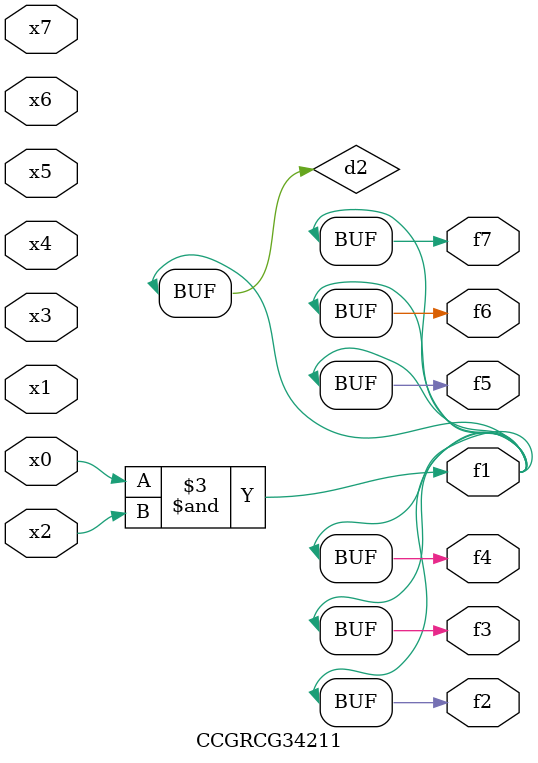
<source format=v>
module CCGRCG34211(
	input x0, x1, x2, x3, x4, x5, x6, x7,
	output f1, f2, f3, f4, f5, f6, f7
);

	wire d1, d2;

	nor (d1, x3, x6);
	and (d2, x0, x2);
	assign f1 = d2;
	assign f2 = d2;
	assign f3 = d2;
	assign f4 = d2;
	assign f5 = d2;
	assign f6 = d2;
	assign f7 = d2;
endmodule

</source>
